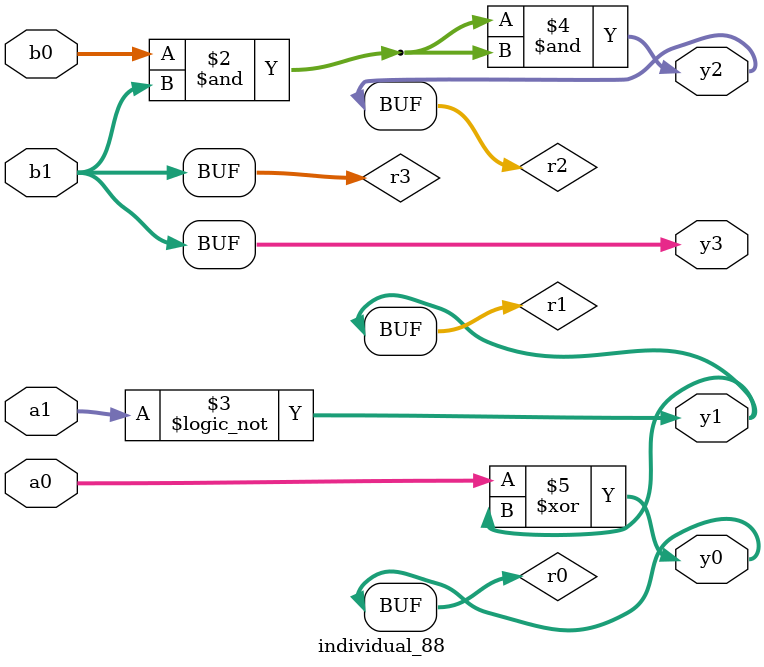
<source format=sv>
module individual_88(input logic [15:0] a1, input logic [15:0] a0, input logic [15:0] b1, input logic [15:0] b0, output logic [15:0] y3, output logic [15:0] y2, output logic [15:0] y1, output logic [15:0] y0);
logic [15:0] r0, r1, r2, r3; 
 always@(*) begin 
	 r0 = a0; r1 = a1; r2 = b0; r3 = b1; 
 	 r2  &=  b1 ;
 	 r1 = ! r1 ;
 	 r2  &=  r2 ;
 	 r0  ^=  r1 ;
 	 y3 = r3; y2 = r2; y1 = r1; y0 = r0; 
end
endmodule
</source>
